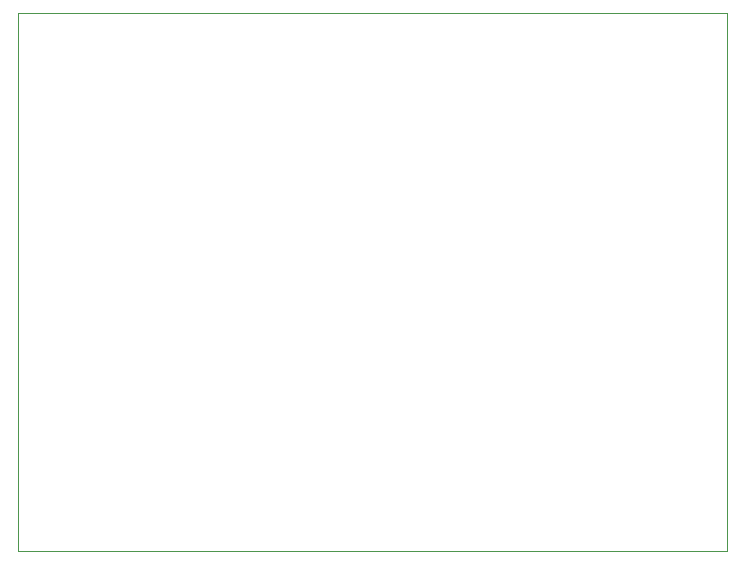
<source format=gbr>
%TF.GenerationSoftware,KiCad,Pcbnew,8.0.4*%
%TF.CreationDate,2025-05-04T18:40:54+02:00*%
%TF.ProjectId,ZED_F9P_minimal,5a45445f-4639-4505-9f6d-696e696d616c,rev?*%
%TF.SameCoordinates,Original*%
%TF.FileFunction,Profile,NP*%
%FSLAX46Y46*%
G04 Gerber Fmt 4.6, Leading zero omitted, Abs format (unit mm)*
G04 Created by KiCad (PCBNEW 8.0.4) date 2025-05-04 18:40:54*
%MOMM*%
%LPD*%
G01*
G04 APERTURE LIST*
%TA.AperFunction,Profile*%
%ADD10C,0.050000*%
%TD*%
G04 APERTURE END LIST*
D10*
X20000000Y-18450000D02*
X80000000Y-18450000D01*
X80000000Y-64000000D01*
X20000000Y-64000000D01*
X20000000Y-18450000D01*
M02*

</source>
